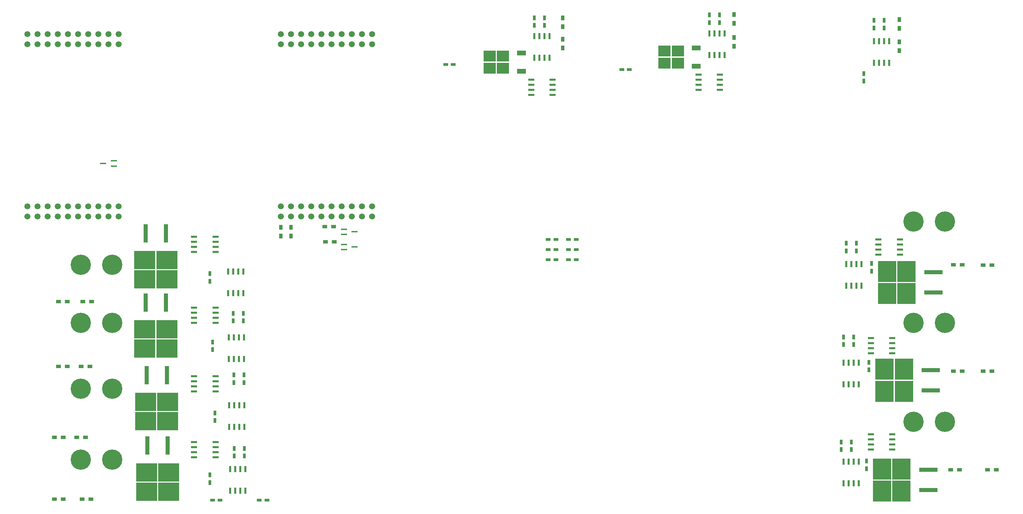
<source format=gbr>
G04 #@! TF.GenerationSoftware,KiCad,Pcbnew,(5.0.2)-1*
G04 #@! TF.CreationDate,2019-03-05T00:25:16-06:00*
G04 #@! TF.ProjectId,PowerBoard_Hardware,506f7765-7242-46f6-9172-645f48617264,rev?*
G04 #@! TF.SameCoordinates,Original*
G04 #@! TF.FileFunction,Paste,Top*
G04 #@! TF.FilePolarity,Positive*
%FSLAX46Y46*%
G04 Gerber Fmt 4.6, Leading zero omitted, Abs format (unit mm)*
G04 Created by KiCad (PCBNEW (5.0.2)-1) date 3/5/2019 12:25:16 AM*
%MOMM*%
%LPD*%
G01*
G04 APERTURE LIST*
%ADD10R,0.900000X1.200000*%
%ADD11R,1.200000X0.750000*%
%ADD12R,0.750000X1.200000*%
%ADD13R,1.200000X0.900000*%
%ADD14C,5.080000*%
%ADD15R,1.500000X0.450000*%
%ADD16R,4.600000X1.100000*%
%ADD17R,4.550000X5.250000*%
%ADD18R,5.250000X4.550000*%
%ADD19R,1.100000X4.600000*%
%ADD20C,1.520000*%
%ADD21R,1.550000X0.600000*%
%ADD22R,0.600000X1.550000*%
%ADD23R,3.050000X2.750000*%
%ADD24R,2.200000X1.200000*%
G04 APERTURE END LIST*
D10*
G04 #@! TO.C,R9*
X221488000Y-23325000D03*
X221488000Y-21125000D03*
G04 #@! TD*
D11*
G04 #@! TO.C,C15*
X176845000Y-71755000D03*
X174945000Y-71755000D03*
G04 #@! TD*
G04 #@! TO.C,C19*
X180025000Y-71755000D03*
X181925000Y-71755000D03*
G04 #@! TD*
D12*
G04 #@! TO.C,C21*
X171450000Y-18095000D03*
X171450000Y-16195000D03*
G04 #@! TD*
G04 #@! TO.C,C24*
X215265000Y-15494000D03*
X215265000Y-17394000D03*
G04 #@! TD*
G04 #@! TO.C,C25*
X256540000Y-16830000D03*
X256540000Y-18730000D03*
G04 #@! TD*
G04 #@! TO.C,C27*
X255905000Y-79690000D03*
X255905000Y-77790000D03*
G04 #@! TD*
G04 #@! TO.C,C28*
X255270000Y-104455000D03*
X255270000Y-102555000D03*
G04 #@! TD*
G04 #@! TO.C,C29*
X254635000Y-127320000D03*
X254635000Y-129220000D03*
G04 #@! TD*
G04 #@! TO.C,C32*
X249555000Y-72710000D03*
X249555000Y-74610000D03*
G04 #@! TD*
G04 #@! TO.C,C35*
X248920000Y-98105000D03*
X248920000Y-96205000D03*
G04 #@! TD*
G04 #@! TO.C,C37*
X248285000Y-124460000D03*
X248285000Y-122560000D03*
G04 #@! TD*
G04 #@! TO.C,C38*
X90170000Y-132710000D03*
X90170000Y-130810000D03*
G04 #@! TD*
G04 #@! TO.C,C39*
X91440000Y-115255000D03*
X91440000Y-117155000D03*
G04 #@! TD*
G04 #@! TO.C,C40*
X90805000Y-97475000D03*
X90805000Y-99375000D03*
G04 #@! TD*
G04 #@! TO.C,C41*
X90170000Y-82230000D03*
X90170000Y-80330000D03*
G04 #@! TD*
D11*
G04 #@! TO.C,C43*
X104455000Y-137160000D03*
X102555000Y-137160000D03*
G04 #@! TD*
D12*
G04 #@! TO.C,C47*
X98806000Y-124145000D03*
X98806000Y-126045000D03*
G04 #@! TD*
G04 #@! TO.C,C48*
X98552000Y-92212200D03*
X98552000Y-90312200D03*
G04 #@! TD*
G04 #@! TO.C,C49*
X98679000Y-107630000D03*
X98679000Y-105730000D03*
G04 #@! TD*
D13*
G04 #@! TO.C,R3*
X121285000Y-72390000D03*
X119085000Y-72390000D03*
G04 #@! TD*
G04 #@! TO.C,R4*
X121115000Y-68580000D03*
X118915000Y-68580000D03*
G04 #@! TD*
D11*
G04 #@! TO.C,C13*
X176845000Y-74295000D03*
X174945000Y-74295000D03*
G04 #@! TD*
G04 #@! TO.C,C18*
X181925000Y-74295000D03*
X180025000Y-74295000D03*
G04 #@! TD*
D10*
G04 #@! TO.C,R1*
X107950000Y-68750000D03*
X107950000Y-70950000D03*
G04 #@! TD*
G04 #@! TO.C,R2*
X110490000Y-70950000D03*
X110490000Y-68750000D03*
G04 #@! TD*
G04 #@! TO.C,R7*
X262890000Y-24468000D03*
X262890000Y-22268000D03*
G04 #@! TD*
G04 #@! TO.C,R8*
X178562000Y-23790000D03*
X178562000Y-21590000D03*
G04 #@! TD*
D11*
G04 #@! TO.C,C12*
X176845000Y-76835000D03*
X174945000Y-76835000D03*
G04 #@! TD*
G04 #@! TO.C,C17*
X181925000Y-76835000D03*
X180025000Y-76835000D03*
G04 #@! TD*
D12*
G04 #@! TO.C,C20*
X173990000Y-18095000D03*
X173990000Y-16195000D03*
G04 #@! TD*
G04 #@! TO.C,C22*
X217805000Y-15494000D03*
X217805000Y-17394000D03*
G04 #@! TD*
G04 #@! TO.C,C23*
X259080000Y-16830000D03*
X259080000Y-18730000D03*
G04 #@! TD*
G04 #@! TO.C,C30*
X252095000Y-74610000D03*
X252095000Y-72710000D03*
G04 #@! TD*
G04 #@! TO.C,C33*
X250825000Y-122555000D03*
X250825000Y-124455000D03*
G04 #@! TD*
G04 #@! TO.C,C36*
X251460000Y-96205000D03*
X251460000Y-98105000D03*
G04 #@! TD*
G04 #@! TO.C,C42*
X96266000Y-126045000D03*
X96266000Y-124145000D03*
G04 #@! TD*
D11*
G04 #@! TO.C,C44*
X92710000Y-137160000D03*
X90810000Y-137160000D03*
G04 #@! TD*
D12*
G04 #@! TO.C,C45*
X96012000Y-90297000D03*
X96012000Y-92197000D03*
G04 #@! TD*
G04 #@! TO.C,C46*
X96139000Y-105730000D03*
X96139000Y-107630000D03*
G04 #@! TD*
D11*
G04 #@! TO.C,C4*
X149230000Y-27940000D03*
X151130000Y-27940000D03*
G04 #@! TD*
G04 #@! TO.C,C7*
X195260000Y-29210000D03*
X193360000Y-29210000D03*
G04 #@! TD*
D12*
G04 #@! TO.C,C14*
X254000000Y-32065000D03*
X254000000Y-30165000D03*
G04 #@! TD*
D13*
G04 #@! TO.C,R10*
X277960000Y-129540000D03*
X275760000Y-129540000D03*
G04 #@! TD*
G04 #@! TO.C,R12*
X276395000Y-78105000D03*
X278595000Y-78105000D03*
G04 #@! TD*
G04 #@! TO.C,R13*
X276395000Y-104775000D03*
X278595000Y-104775000D03*
G04 #@! TD*
G04 #@! TO.C,R14*
X58166000Y-136906000D03*
X60366000Y-136906000D03*
G04 #@! TD*
G04 #@! TO.C,R15*
X56812000Y-121412000D03*
X59012000Y-121412000D03*
G04 #@! TD*
G04 #@! TO.C,R16*
X57912000Y-103632000D03*
X60112000Y-103632000D03*
G04 #@! TD*
G04 #@! TO.C,R17*
X60536000Y-87376000D03*
X58336000Y-87376000D03*
G04 #@! TD*
D14*
G04 #@! TO.C,Conn5*
X266446000Y-67310000D03*
X274320000Y-67310000D03*
G04 #@! TD*
G04 #@! TO.C,Conn6*
X266446000Y-92710000D03*
X274320000Y-92710000D03*
G04 #@! TD*
G04 #@! TO.C,Conn7*
X266446000Y-117475000D03*
X274320000Y-117475000D03*
G04 #@! TD*
G04 #@! TO.C,Conn8*
X57785000Y-78105000D03*
X65659000Y-78105000D03*
G04 #@! TD*
G04 #@! TO.C,Conn9*
X65659000Y-92710000D03*
X57785000Y-92710000D03*
G04 #@! TD*
G04 #@! TO.C,Conn10*
X57785000Y-109220000D03*
X65659000Y-109220000D03*
G04 #@! TD*
G04 #@! TO.C,Conn11*
X65659000Y-127000000D03*
X57785000Y-127000000D03*
G04 #@! TD*
D10*
G04 #@! TO.C,D1*
X262890000Y-18880000D03*
X262890000Y-16680000D03*
G04 #@! TD*
G04 #@! TO.C,D2*
X178562000Y-18415000D03*
X178562000Y-16215000D03*
G04 #@! TD*
G04 #@! TO.C,D3*
X221488000Y-15410000D03*
X221488000Y-17610000D03*
G04 #@! TD*
D13*
G04 #@! TO.C,D5*
X287188000Y-129540000D03*
X284988000Y-129540000D03*
G04 #@! TD*
G04 #@! TO.C,D6*
X286088000Y-78232000D03*
X283888000Y-78232000D03*
G04 #@! TD*
G04 #@! TO.C,D7*
X283888000Y-104775000D03*
X286088000Y-104775000D03*
G04 #@! TD*
G04 #@! TO.C,D8*
X51224000Y-136906000D03*
X53424000Y-136906000D03*
G04 #@! TD*
G04 #@! TO.C,D9*
X51224000Y-121412000D03*
X53424000Y-121412000D03*
G04 #@! TD*
G04 #@! TO.C,D10*
X54440000Y-103632000D03*
X52240000Y-103632000D03*
G04 #@! TD*
G04 #@! TO.C,D11*
X54440000Y-87376000D03*
X52240000Y-87376000D03*
G04 #@! TD*
D15*
G04 #@! TO.C,Q1*
X126425000Y-73660000D03*
X123765000Y-74310000D03*
X123765000Y-73010000D03*
G04 #@! TD*
G04 #@! TO.C,Q2*
X123765000Y-69200000D03*
X123765000Y-70500000D03*
X126425000Y-69850000D03*
G04 #@! TD*
G04 #@! TO.C,Q3*
X63440000Y-52705000D03*
X66100000Y-52055000D03*
X66100000Y-53355000D03*
G04 #@! TD*
D16*
G04 #@! TO.C,Q6*
X271405000Y-85090000D03*
X271405000Y-80010000D03*
D17*
X259830000Y-79775000D03*
X264680000Y-85325000D03*
X259830000Y-85325000D03*
X264680000Y-79775000D03*
G04 #@! TD*
D16*
G04 #@! TO.C,Q7*
X270135000Y-134620000D03*
X270135000Y-129540000D03*
D17*
X258560000Y-129305000D03*
X263410000Y-134855000D03*
X258560000Y-134855000D03*
X263410000Y-129305000D03*
G04 #@! TD*
G04 #@! TO.C,Q9*
X264045000Y-104305000D03*
X259195000Y-109855000D03*
X264045000Y-109855000D03*
X259195000Y-104305000D03*
D16*
X270770000Y-104540000D03*
X270770000Y-109620000D03*
G04 #@! TD*
D18*
G04 #@! TO.C,Q10*
X74295000Y-130175000D03*
X79845000Y-135025000D03*
X79845000Y-130175000D03*
X74295000Y-135025000D03*
D19*
X74530000Y-123450000D03*
X79610000Y-123450000D03*
G04 #@! TD*
G04 #@! TO.C,Q11*
X79375000Y-105785000D03*
X74295000Y-105785000D03*
D18*
X74060000Y-117360000D03*
X79610000Y-112510000D03*
X79610000Y-117360000D03*
X74060000Y-112510000D03*
G04 #@! TD*
G04 #@! TO.C,Q12*
X73825000Y-76950000D03*
X79375000Y-81800000D03*
X79375000Y-76950000D03*
X73825000Y-81800000D03*
D19*
X74060000Y-70225000D03*
X79140000Y-70225000D03*
G04 #@! TD*
D18*
G04 #@! TO.C,Q13*
X73825000Y-94295000D03*
X79375000Y-99145000D03*
X79375000Y-94295000D03*
X73825000Y-99145000D03*
D19*
X74060000Y-87570000D03*
X79140000Y-87570000D03*
G04 #@! TD*
D20*
G04 #@! TO.C,U1*
X67310000Y-20320000D03*
X44450000Y-66040000D03*
X46990000Y-66040000D03*
X54610000Y-66040000D03*
X57150000Y-22860000D03*
X52070000Y-66040000D03*
X49530000Y-66040000D03*
X52070000Y-20320000D03*
X46990000Y-22860000D03*
X57150000Y-66040000D03*
X59690000Y-66040000D03*
X46990000Y-20320000D03*
X52070000Y-22860000D03*
X54610000Y-22860000D03*
X67310000Y-22860000D03*
X64770000Y-22860000D03*
X62230000Y-22860000D03*
X59690000Y-22860000D03*
X49530000Y-22860000D03*
X44450000Y-22860000D03*
X64770000Y-20320000D03*
X62230000Y-20320000D03*
X59690000Y-20320000D03*
X57150000Y-20320000D03*
X54610000Y-20320000D03*
X49530000Y-20320000D03*
X44450000Y-20320000D03*
X67310000Y-63500000D03*
X64770000Y-63500000D03*
X62230000Y-63500000D03*
X59690000Y-63500000D03*
X57150000Y-63500000D03*
X54610000Y-63500000D03*
X52070000Y-63500000D03*
X49530000Y-63500000D03*
X46990000Y-63500000D03*
X44450000Y-63500000D03*
X67310000Y-66040000D03*
X64770000Y-66040000D03*
X62230000Y-66040000D03*
X130810000Y-22860000D03*
X128270000Y-22860000D03*
X125730000Y-22860000D03*
X123190000Y-22860000D03*
X120650000Y-22860000D03*
X118110000Y-22860000D03*
X115570000Y-22860000D03*
X113030000Y-22860000D03*
X110490000Y-22860000D03*
X107950000Y-22860000D03*
X130810000Y-20320000D03*
X128270000Y-20320000D03*
X125730000Y-20320000D03*
X123190000Y-20320000D03*
X120650000Y-20320000D03*
X118110000Y-20320000D03*
X115570000Y-20320000D03*
X113030000Y-20320000D03*
X110490000Y-20320000D03*
X107950000Y-20320000D03*
X130810000Y-63500000D03*
X128270000Y-63500000D03*
X125730000Y-63500000D03*
X123190000Y-63500000D03*
X120650000Y-63500000D03*
X118110000Y-63500000D03*
X115570000Y-63500000D03*
X113030000Y-63500000D03*
X110490000Y-63500000D03*
X107950000Y-63500000D03*
X130810000Y-66040000D03*
X128270000Y-66040000D03*
X125730000Y-66040000D03*
X123190000Y-66040000D03*
X120650000Y-66040000D03*
X118110000Y-66040000D03*
X115570000Y-66040000D03*
X113030000Y-66040000D03*
X110490000Y-66040000D03*
X107950000Y-66040000D03*
G04 #@! TD*
D21*
G04 #@! TO.C,U5*
X176055000Y-35560000D03*
X176055000Y-34290000D03*
X176055000Y-33020000D03*
X176055000Y-31750000D03*
X170655000Y-31750000D03*
X170655000Y-33020000D03*
X170655000Y-34290000D03*
X170655000Y-35560000D03*
G04 #@! TD*
G04 #@! TO.C,U6*
X212565000Y-34290000D03*
X212565000Y-33020000D03*
X212565000Y-31750000D03*
X212565000Y-30480000D03*
X217965000Y-30480000D03*
X217965000Y-31750000D03*
X217965000Y-33020000D03*
X217965000Y-34290000D03*
G04 #@! TD*
G04 #@! TO.C,U11*
X263050000Y-71755000D03*
X263050000Y-73025000D03*
X263050000Y-74295000D03*
X263050000Y-75565000D03*
X257650000Y-75565000D03*
X257650000Y-74295000D03*
X257650000Y-73025000D03*
X257650000Y-71755000D03*
G04 #@! TD*
G04 #@! TO.C,U13*
X255745000Y-96520000D03*
X255745000Y-97790000D03*
X255745000Y-99060000D03*
X255745000Y-100330000D03*
X261145000Y-100330000D03*
X261145000Y-99060000D03*
X261145000Y-97790000D03*
X261145000Y-96520000D03*
G04 #@! TD*
G04 #@! TO.C,U14*
X255745000Y-120650000D03*
X255745000Y-121920000D03*
X255745000Y-123190000D03*
X255745000Y-124460000D03*
X261145000Y-124460000D03*
X261145000Y-123190000D03*
X261145000Y-121920000D03*
X261145000Y-120650000D03*
G04 #@! TD*
G04 #@! TO.C,U23*
X91600000Y-109855000D03*
X91600000Y-108585000D03*
X91600000Y-107315000D03*
X91600000Y-106045000D03*
X86200000Y-106045000D03*
X86200000Y-107315000D03*
X86200000Y-108585000D03*
X86200000Y-109855000D03*
G04 #@! TD*
G04 #@! TO.C,U24*
X86200000Y-126365000D03*
X86200000Y-125095000D03*
X86200000Y-123825000D03*
X86200000Y-122555000D03*
X91600000Y-122555000D03*
X91600000Y-123825000D03*
X91600000Y-125095000D03*
X91600000Y-126365000D03*
G04 #@! TD*
G04 #@! TO.C,U25*
X86200000Y-92710000D03*
X86200000Y-91440000D03*
X86200000Y-90170000D03*
X86200000Y-88900000D03*
X91600000Y-88900000D03*
X91600000Y-90170000D03*
X91600000Y-91440000D03*
X91600000Y-92710000D03*
G04 #@! TD*
G04 #@! TO.C,U26*
X86200000Y-74930000D03*
X86200000Y-73660000D03*
X86200000Y-72390000D03*
X86200000Y-71120000D03*
X91600000Y-71120000D03*
X91600000Y-72390000D03*
X91600000Y-73660000D03*
X91600000Y-74930000D03*
G04 #@! TD*
D22*
G04 #@! TO.C,U7*
X171450000Y-20795000D03*
X172720000Y-20795000D03*
X173990000Y-20795000D03*
X175260000Y-20795000D03*
X175260000Y-26195000D03*
X173990000Y-26195000D03*
X172720000Y-26195000D03*
X171450000Y-26195000D03*
G04 #@! TD*
G04 #@! TO.C,U8*
X256540000Y-22065000D03*
X257810000Y-22065000D03*
X259080000Y-22065000D03*
X260350000Y-22065000D03*
X260350000Y-27465000D03*
X259080000Y-27465000D03*
X257810000Y-27465000D03*
X256540000Y-27465000D03*
G04 #@! TD*
G04 #@! TO.C,U9*
X215265000Y-20160000D03*
X216535000Y-20160000D03*
X217805000Y-20160000D03*
X219075000Y-20160000D03*
X219075000Y-25560000D03*
X217805000Y-25560000D03*
X216535000Y-25560000D03*
X215265000Y-25560000D03*
G04 #@! TD*
G04 #@! TO.C,U19*
X249555000Y-77945000D03*
X250825000Y-77945000D03*
X252095000Y-77945000D03*
X253365000Y-77945000D03*
X253365000Y-83345000D03*
X252095000Y-83345000D03*
X250825000Y-83345000D03*
X249555000Y-83345000D03*
G04 #@! TD*
G04 #@! TO.C,U21*
X248920000Y-108110000D03*
X250190000Y-108110000D03*
X251460000Y-108110000D03*
X252730000Y-108110000D03*
X252730000Y-102710000D03*
X251460000Y-102710000D03*
X250190000Y-102710000D03*
X248920000Y-102710000D03*
G04 #@! TD*
G04 #@! TO.C,U22*
X248920000Y-132875000D03*
X250190000Y-132875000D03*
X251460000Y-132875000D03*
X252730000Y-132875000D03*
X252730000Y-127475000D03*
X251460000Y-127475000D03*
X250190000Y-127475000D03*
X248920000Y-127475000D03*
G04 #@! TD*
G04 #@! TO.C,U31*
X99060000Y-134780000D03*
X97790000Y-134780000D03*
X96520000Y-134780000D03*
X95250000Y-134780000D03*
X95250000Y-129380000D03*
X96520000Y-129380000D03*
X97790000Y-129380000D03*
X99060000Y-129380000D03*
G04 #@! TD*
G04 #@! TO.C,U32*
X98806000Y-113378000D03*
X97536000Y-113378000D03*
X96266000Y-113378000D03*
X94996000Y-113378000D03*
X94996000Y-118778000D03*
X96266000Y-118778000D03*
X97536000Y-118778000D03*
X98806000Y-118778000D03*
G04 #@! TD*
G04 #@! TO.C,U33*
X98552000Y-79850000D03*
X97282000Y-79850000D03*
X96012000Y-79850000D03*
X94742000Y-79850000D03*
X94742000Y-85250000D03*
X96012000Y-85250000D03*
X97282000Y-85250000D03*
X98552000Y-85250000D03*
G04 #@! TD*
G04 #@! TO.C,U34*
X98679000Y-101760000D03*
X97409000Y-101760000D03*
X96139000Y-101760000D03*
X94869000Y-101760000D03*
X94869000Y-96360000D03*
X96139000Y-96360000D03*
X97409000Y-96360000D03*
X98679000Y-96360000D03*
G04 #@! TD*
D23*
G04 #@! TO.C,Q4*
X163600000Y-25780000D03*
X160250000Y-28830000D03*
X163600000Y-28830000D03*
X160250000Y-25780000D03*
D24*
X168225000Y-25025000D03*
X168225000Y-29585000D03*
G04 #@! TD*
G04 #@! TO.C,Q5*
X212040000Y-28315000D03*
X212040000Y-23755000D03*
D23*
X204065000Y-24510000D03*
X207415000Y-27560000D03*
X204065000Y-27560000D03*
X207415000Y-24510000D03*
G04 #@! TD*
M02*

</source>
